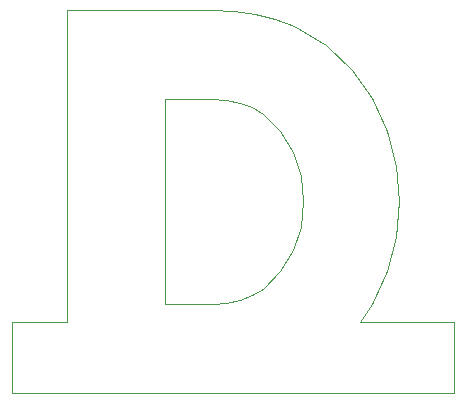
<source format=gm1>
G04 #@! TF.FileFunction,Profile,NP*
%FSLAX46Y46*%
G04 Gerber Fmt 4.6, Leading zero omitted, Abs format (unit mm)*
G04 Created by KiCad (PCBNEW 4.0.0-rc2-stable) date 3/3/2016 3:43:09 PM*
%MOMM*%
G01*
G04 APERTURE LIST*
%ADD10C,0.150000*%
%ADD11C,0.100000*%
G04 APERTURE END LIST*
D10*
D11*
X63560000Y-51160000D02*
X51330000Y-51160000D01*
X51330000Y-51160000D02*
X51330000Y-51150000D01*
X51330000Y-51150000D02*
X46630000Y-51150000D01*
X46630000Y-51150000D02*
X46630000Y-45150000D01*
X46630000Y-45150000D02*
X51330000Y-45150000D01*
X51330000Y-45150000D02*
X51330000Y-18720000D01*
X51330000Y-18720000D02*
X51330000Y-18720000D01*
X51330000Y-18720000D02*
X63560000Y-18720000D01*
X63560000Y-18720000D02*
X65470000Y-18810000D01*
X65470000Y-18810000D02*
X67260000Y-19070000D01*
X67260000Y-19070000D02*
X68940000Y-19500000D01*
X68940000Y-19500000D02*
X70490000Y-20110000D01*
X70490000Y-20110000D02*
X73220000Y-21730000D01*
X73220000Y-21730000D02*
X75450000Y-23800000D01*
X75450000Y-23800000D02*
X77170000Y-26240000D01*
X77170000Y-26240000D02*
X78410000Y-28990000D01*
X78410000Y-28990000D02*
X79160000Y-31920000D01*
X79160000Y-31920000D02*
X79410000Y-34940000D01*
X79410000Y-34940000D02*
X79160000Y-37960000D01*
X79160000Y-37960000D02*
X78410000Y-40890000D01*
X78410000Y-40890000D02*
X77170000Y-43640000D01*
X77170000Y-43640000D02*
X76100000Y-45150000D01*
X76100000Y-45150000D02*
X84110000Y-45150000D01*
X84110000Y-45150000D02*
X84110000Y-51150000D01*
X84110000Y-51150000D02*
X63590000Y-51150000D01*
X63590000Y-51150000D02*
X63560000Y-51160000D01*
X63560000Y-51160000D02*
X63560000Y-51160000D01*
X63560000Y-51160000D02*
X63560000Y-51160000D01*
X64810000Y-43520000D02*
X65940000Y-43290000D01*
X65940000Y-43290000D02*
X66960000Y-42890000D01*
X66960000Y-42890000D02*
X67870000Y-42330000D01*
X67870000Y-42330000D02*
X69370000Y-40890000D01*
X69370000Y-40890000D02*
X70450000Y-39110000D01*
X70450000Y-39110000D02*
X71090000Y-37090000D01*
X71090000Y-37090000D02*
X71300000Y-34940000D01*
X71300000Y-34940000D02*
X71090000Y-32780000D01*
X71090000Y-32780000D02*
X70450000Y-30770000D01*
X70450000Y-30770000D02*
X69370000Y-28990000D01*
X69370000Y-28990000D02*
X67870000Y-27550000D01*
X67870000Y-27550000D02*
X66960000Y-26990000D01*
X66960000Y-26990000D02*
X65940000Y-26590000D01*
X65940000Y-26590000D02*
X64810000Y-26360000D01*
X64810000Y-26360000D02*
X63560000Y-26280000D01*
X63560000Y-26280000D02*
X59630000Y-26280000D01*
X59630000Y-26280000D02*
X59620000Y-26280000D01*
X59620000Y-26280000D02*
X59620000Y-43600000D01*
X59620000Y-43600000D02*
X59630000Y-43600000D01*
X59630000Y-43600000D02*
X63560000Y-43600000D01*
X63560000Y-43600000D02*
X64810000Y-43520000D01*
X64810000Y-43520000D02*
X64810000Y-43520000D01*
X64810000Y-43520000D02*
X64810000Y-43520000D01*
M02*

</source>
